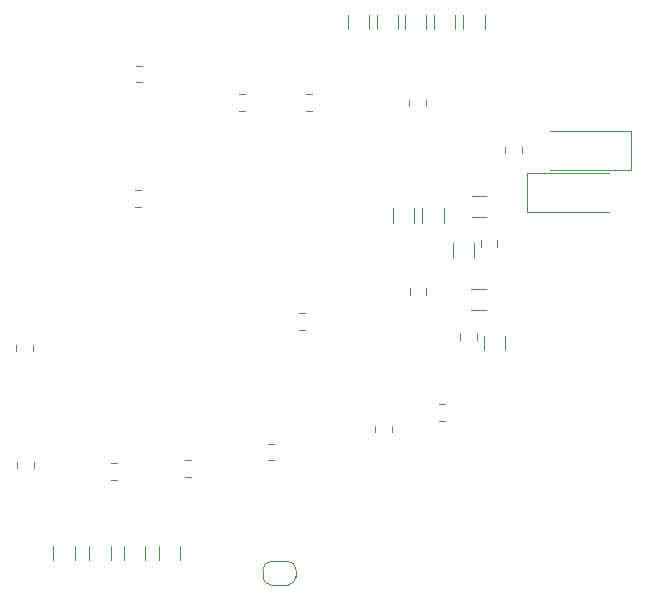
<source format=gbr>
G04 #@! TF.GenerationSoftware,KiCad,Pcbnew,(5.1.0)-1*
G04 #@! TF.CreationDate,2019-11-07T12:18:48+11:00*
G04 #@! TF.ProjectId,APPS,41505053-2e6b-4696-9361-645f70636258,rev?*
G04 #@! TF.SameCoordinates,Original*
G04 #@! TF.FileFunction,Legend,Bot*
G04 #@! TF.FilePolarity,Positive*
%FSLAX46Y46*%
G04 Gerber Fmt 4.6, Leading zero omitted, Abs format (unit mm)*
G04 Created by KiCad (PCBNEW (5.1.0)-1) date 2019-11-07 12:18:48*
%MOMM*%
%LPD*%
G04 APERTURE LIST*
%ADD10C,0.120000*%
G04 APERTURE END LIST*
D10*
X130125600Y-108220000D02*
X128725600Y-108220000D01*
X128025600Y-108920000D02*
X128025600Y-109520000D01*
X128725600Y-110220000D02*
X130125600Y-110220000D01*
X130825600Y-109520000D02*
X130825600Y-108920000D01*
X130825600Y-108920000D02*
G75*
G03X130125600Y-108220000I-700000J0D01*
G01*
X130125600Y-110220000D02*
G75*
G03X130825600Y-109520000I0J700000D01*
G01*
X128025600Y-109520000D02*
G75*
G03X128725600Y-110220000I700000J0D01*
G01*
X128725600Y-108220000D02*
G75*
G03X128025600Y-108920000I0J-700000D01*
G01*
X145727236Y-77283900D02*
X146931364Y-77283900D01*
X145727236Y-79103900D02*
X146931364Y-79103900D01*
X146891664Y-86977900D02*
X145687536Y-86977900D01*
X146891664Y-85157900D02*
X145687536Y-85157900D01*
X145905800Y-81289136D02*
X145905800Y-82493264D01*
X144085800Y-81289136D02*
X144085800Y-82493264D01*
X148534700Y-89161536D02*
X148534700Y-90365664D01*
X146714700Y-89161536D02*
X146714700Y-90365664D01*
X147877500Y-81040448D02*
X147877500Y-81562952D01*
X146457500Y-81040448D02*
X146457500Y-81562952D01*
X146150300Y-88914448D02*
X146150300Y-89436952D01*
X144730300Y-88914448D02*
X144730300Y-89436952D01*
X132163452Y-70102800D02*
X131640948Y-70102800D01*
X132163452Y-68682800D02*
X131640948Y-68682800D01*
X126524652Y-68682800D02*
X126002148Y-68682800D01*
X126524652Y-70102800D02*
X126002148Y-70102800D01*
X107189200Y-99805748D02*
X107189200Y-100328252D01*
X108609200Y-99805748D02*
X108609200Y-100328252D01*
X149947600Y-73667252D02*
X149947600Y-73144748D01*
X148527600Y-73667252D02*
X148527600Y-73144748D01*
X117787052Y-66244400D02*
X117264548Y-66244400D01*
X117787052Y-67664400D02*
X117264548Y-67664400D01*
X141832400Y-69144248D02*
X141832400Y-69666752D01*
X140412400Y-69144248D02*
X140412400Y-69666752D01*
X140450500Y-85111848D02*
X140450500Y-85634352D01*
X141870500Y-85111848D02*
X141870500Y-85634352D01*
X117685452Y-78230800D02*
X117162948Y-78230800D01*
X117685452Y-76810800D02*
X117162948Y-76810800D01*
X143453752Y-94895600D02*
X142931248Y-94895600D01*
X143453752Y-96315600D02*
X142931248Y-96315600D01*
X108558400Y-89908748D02*
X108558400Y-90431252D01*
X107138400Y-89908748D02*
X107138400Y-90431252D01*
X137529500Y-97263852D02*
X137529500Y-96741348D01*
X138949500Y-97263852D02*
X138949500Y-96741348D01*
X131604652Y-88594000D02*
X131082148Y-88594000D01*
X131604652Y-87174000D02*
X131082148Y-87174000D01*
X121952652Y-99670800D02*
X121430148Y-99670800D01*
X121952652Y-101090800D02*
X121430148Y-101090800D01*
X128963052Y-99668400D02*
X128440548Y-99668400D01*
X128963052Y-98248400D02*
X128440548Y-98248400D01*
X115653452Y-101344800D02*
X115130948Y-101344800D01*
X115653452Y-99924800D02*
X115130948Y-99924800D01*
X159225600Y-71756000D02*
X159225600Y-75056000D01*
X159225600Y-75056000D02*
X152325600Y-75056000D01*
X159225600Y-71756000D02*
X152325600Y-71756000D01*
X150425600Y-78612000D02*
X157325600Y-78612000D01*
X150425600Y-75312000D02*
X157325600Y-75312000D01*
X150425600Y-78612000D02*
X150425600Y-75312000D01*
X135233900Y-63162364D02*
X135233900Y-61958236D01*
X137053900Y-63162364D02*
X137053900Y-61958236D01*
X137672300Y-63162364D02*
X137672300Y-61958236D01*
X139492300Y-63162364D02*
X139492300Y-61958236D01*
X140034500Y-63162364D02*
X140034500Y-61958236D01*
X141854500Y-63162364D02*
X141854500Y-61958236D01*
X142498300Y-63135364D02*
X142498300Y-61931236D01*
X144318300Y-63135364D02*
X144318300Y-61931236D01*
X144974800Y-63136864D02*
X144974800Y-61932736D01*
X146794800Y-63136864D02*
X146794800Y-61932736D01*
X110265800Y-106941536D02*
X110265800Y-108145664D01*
X112085800Y-106941536D02*
X112085800Y-108145664D01*
X121026600Y-106890736D02*
X121026600Y-108094864D01*
X119206600Y-106890736D02*
X119206600Y-108094864D01*
X116260200Y-106890736D02*
X116260200Y-108094864D01*
X118080200Y-106890736D02*
X118080200Y-108094864D01*
X113313800Y-108094864D02*
X113313800Y-106890736D01*
X115133800Y-108094864D02*
X115133800Y-106890736D01*
X143327800Y-78326836D02*
X143327800Y-79530964D01*
X141507800Y-78326836D02*
X141507800Y-79530964D01*
X140851200Y-78341136D02*
X140851200Y-79545264D01*
X139031200Y-78341136D02*
X139031200Y-79545264D01*
M02*

</source>
